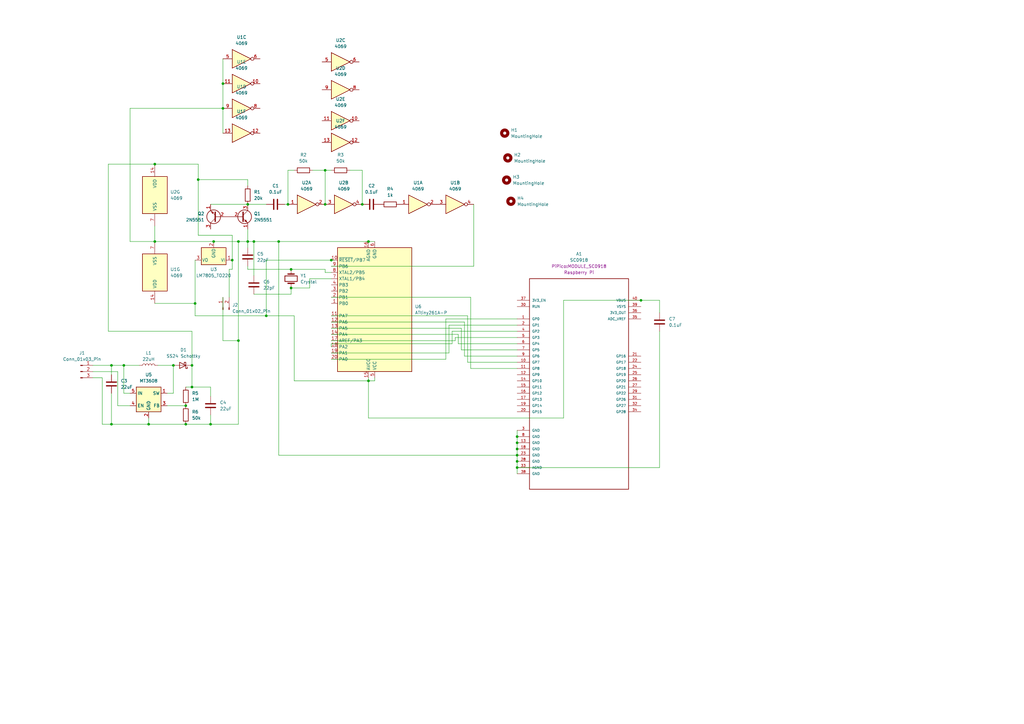
<source format=kicad_sch>
(kicad_sch (version 20230121) (generator eeschema)
  (paper "A3")
  (lib_symbols
    (symbol "4xxx:4069" (pin_names (offset 1.016))
      (property "Reference" "U" (at 0 1.27 0))
      (property "Value" "4069" (at 0 -1.27 0))
      (symbol "4069_1_0"
        (polyline (pts (xy -3.81 3.81) (xy -3.81 -3.81) (xy 3.81 0) (xy -3.81 3.81)) (stroke (width 0.254)) (fill (type background)))
        (pin input line (at -7.62 0 0) (length 3.81) (name "~") (number "1"))
        (pin output inverted (at 7.62 0 180) (length 3.81) (name "~") (number "2"))
      )
      (symbol "4069_2_0"
        (polyline (pts (xy -3.81 3.81) (xy -3.81 -3.81) (xy 3.81 0) (xy -3.81 3.81)) (stroke (width 0.254)) (fill (type background)))
        (pin input line (at -7.62 0 0) (length 3.81) (name "~") (number "3"))
        (pin output inverted (at 7.62 0 180) (length 3.81) (name "~") (number "4"))
      )
      (symbol "4069_3_0"
        (polyline (pts (xy -3.81 3.81) (xy -3.81 -3.81) (xy 3.81 0) (xy -3.81 3.81)) (stroke (width 0.254)) (fill (type background)))
        (pin input line (at -7.62 0 0) (length 3.81) (name "~") (number "5"))
        (pin output inverted (at 7.62 0 180) (length 3.81) (name "~") (number "6"))
      )
      (symbol "4069_4_0"
        (polyline (pts (xy -3.81 3.81) (xy -3.81 -3.81) (xy 3.81 0) (xy -3.81 3.81)) (stroke (width 0.254)) (fill (type background)))
        (pin output inverted (at 7.62 0 180) (length 3.81) (name "~") (number "8"))
        (pin input line (at -7.62 0 0) (length 3.81) (name "~") (number "9"))
      )
      (symbol "4069_5_0"
        (polyline (pts (xy -3.81 3.81) (xy -3.81 -3.81) (xy 3.81 0) (xy -3.81 3.81)) (stroke (width 0.254)) (fill (type background)))
        (pin output inverted (at 7.62 0 180) (length 3.81) (name "~") (number "10"))
        (pin input line (at -7.62 0 0) (length 3.81) (name "~") (number "11"))
      )
      (symbol "4069_6_0"
        (polyline (pts (xy -3.81 3.81) (xy -3.81 -3.81) (xy 3.81 0) (xy -3.81 3.81)) (stroke (width 0.254)) (fill (type background)))
        (pin output inverted (at 7.62 0 180) (length 3.81) (name "~") (number "12"))
        (pin input line (at -7.62 0 0) (length 3.81) (name "~") (number "13"))
      )
      (symbol "4069_7_0"
        (pin power_in line (at 0 12.7 270) (length 5.08) (name "VDD") (number "14"))
        (pin power_in line (at 0 -12.7 90) (length 5.08) (name "VSS") (number "7"))
      )
      (symbol "4069_7_1"
        (rectangle (start -5.08 7.62) (end 5.08 -7.62) (stroke (width 0.254)) (fill (type background)))
      )
    )
    (symbol "Connector:Conn_01x02_Pin" (pin_names (offset 1.016) hide)
      (property "Reference" "J" (at 0 2.54 0))
      (property "Value" "Conn_01x02_Pin" (at 0 -5.08 0))
      (symbol "Conn_01x02_Pin_1_1"
        (polyline (pts (xy 1.27 -2.54) (xy 0.8636 -2.54)) (stroke (width 0.1524)))
        (polyline (pts (xy 1.27 0) (xy 0.8636 0)) (stroke (width 0.1524)))
        (rectangle (start 0.8636 -2.413) (end 0 -2.667) (stroke (width 0.1524)) (fill (type outline)))
        (rectangle (start 0.8636 0.127) (end 0 -0.127) (stroke (width 0.1524)) (fill (type outline)))
        (pin passive line (at 5.08 0 180) (length 3.81) (name "Pin_1") (number "1"))
        (pin passive line (at 5.08 -2.54 180) (length 3.81) (name "Pin_2") (number "2"))
      )
    )
    (symbol "Connector:Conn_01x03_Pin" (pin_names (offset 1.016) hide)
      (property "Reference" "J" (at 0 5.08 0))
      (property "Value" "Conn_01x03_Pin" (at 0 -5.08 0))
      (symbol "Conn_01x03_Pin_1_1"
        (polyline (pts (xy 1.27 -2.54) (xy 0.8636 -2.54)) (stroke (width 0.1524)))
        (polyline (pts (xy 1.27 0) (xy 0.8636 0)) (stroke (width 0.1524)))
        (polyline (pts (xy 1.27 2.54) (xy 0.8636 2.54)) (stroke (width 0.1524)))
        (rectangle (start 0.8636 -2.413) (end 0 -2.667) (stroke (width 0.1524)) (fill (type outline)))
        (rectangle (start 0.8636 0.127) (end 0 -0.127) (stroke (width 0.1524)) (fill (type outline)))
        (rectangle (start 0.8636 2.667) (end 0 2.413) (stroke (width 0.1524)) (fill (type outline)))
        (pin passive line (at 5.08 2.54 180) (length 3.81) (name "Pin_1") (number "1"))
        (pin passive line (at 5.08 0 180) (length 3.81) (name "Pin_2") (number "2"))
        (pin passive line (at 5.08 -2.54 180) (length 3.81) (name "Pin_3") (number "3"))
      )
    )
    (symbol "Device:C" (pin_numbers hide) (pin_names (offset 0.254))
      (property "Reference" "C" (at 0.635 2.54 0))
      (property "Value" "C" (at 0.635 -2.54 0))
      (symbol "C_0_1"
        (polyline (pts (xy -2.032 -0.762) (xy 2.032 -0.762)) (stroke (width 0.508)))
        (polyline (pts (xy -2.032 0.762) (xy 2.032 0.762)) (stroke (width 0.508)))
      )
      (symbol "C_1_1"
        (pin passive line (at 0 3.81 270) (length 2.794) (name "~") (number "1"))
        (pin passive line (at 0 -3.81 90) (length 2.794) (name "~") (number "2"))
      )
    )
    (symbol "Device:Crystal" (pin_numbers hide) (pin_names (offset 1.016) hide)
      (property "Reference" "Y" (at 0 3.81 0))
      (property "Value" "Crystal" (at 0 -3.81 0))
      (symbol "Crystal_0_1"
        (rectangle (start -1.143 2.54) (end 1.143 -2.54) (stroke (width 0.3048)))
        (polyline (pts (xy -2.54 0) (xy -1.905 0)))
        (polyline (pts (xy -1.905 -1.27) (xy -1.905 1.27)) (stroke (width 0.508)))
        (polyline (pts (xy 1.905 -1.27) (xy 1.905 1.27)) (stroke (width 0.508)))
        (polyline (pts (xy 2.54 0) (xy 1.905 0)))
      )
      (symbol "Crystal_1_1"
        (pin passive line (at -3.81 0 0) (length 1.27) (name "1") (number "1"))
        (pin passive line (at 3.81 0 180) (length 1.27) (name "2") (number "2"))
      )
    )
    (symbol "Device:D_Schottky" (pin_numbers hide) (pin_names (offset 1.016) hide)
      (property "Reference" "D" (at 0 2.54 0))
      (property "Value" "D_Schottky" (at 0 -2.54 0))
      (symbol "D_Schottky_0_1"
        (polyline (pts (xy 1.27 0) (xy -1.27 0)))
        (polyline (pts (xy 1.27 1.27) (xy 1.27 -1.27) (xy -1.27 0) (xy 1.27 1.27)) (stroke (width 0.254)))
        (polyline (pts (xy -1.905 0.635) (xy -1.905 1.27) (xy -1.27 1.27) (xy -1.27 -1.27) (xy -0.635 -1.27) (xy -0.635 -0.635)) (stroke (width 0.254)))
      )
      (symbol "D_Schottky_1_1"
        (pin passive line (at -3.81 0 0) (length 2.54) (name "K") (number "1"))
        (pin passive line (at 3.81 0 180) (length 2.54) (name "A") (number "2"))
      )
    )
    (symbol "Device:L" (pin_numbers hide) (pin_names (offset 1.016) hide)
      (property "Reference" "L" (at -1.27 0 90))
      (property "Value" "L" (at 1.905 0 90))
      (symbol "L_0_1"
        (arc (start 0 -2.54) (mid 0.6323 -1.905) (end 0 -1.27))
        (arc (start 0 -1.27) (mid 0.6323 -0.635) (end 0 0))
        (arc (start 0 0) (mid 0.6323 0.635) (end 0 1.27))
        (arc (start 0 1.27) (mid 0.6323 1.905) (end 0 2.54))
      )
      (symbol "L_1_1"
        (pin passive line (at 0 3.81 270) (length 1.27) (name "1") (number "1"))
        (pin passive line (at 0 -3.81 90) (length 1.27) (name "2") (number "2"))
      )
    )
    (symbol "Device:R" (pin_numbers hide) (pin_names (offset 0))
      (property "Reference" "R" (at 2.032 0 90))
      (property "Value" "R" (at 0 0 90))
      (symbol "R_0_1"
        (rectangle (start -1.016 -2.54) (end 1.016 2.54) (stroke (width 0.254)))
      )
      (symbol "R_1_1"
        (pin passive line (at 0 3.81 270) (length 1.27) (name "~") (number "1"))
        (pin passive line (at 0 -3.81 90) (length 1.27) (name "~") (number "2"))
      )
    )
    (symbol "MCU_Microchip_ATtiny:ATtiny261A-P"
      (property "Reference" "U" (at -15.24 26.67 0))
      (property "Value" "ATtiny261A-P" (at 5.08 -26.67 0))
      (symbol "ATtiny261A-P_0_1"
        (rectangle (start -15.24 -25.4) (end 15.24 25.4) (stroke (width 0.254)) (fill (type background)))
      )
      (symbol "ATtiny261A-P_1_1"
        (pin bidirectional line (at 17.78 -2.54 180) (length 2.54) (name "PB0") (number "1"))
        (pin bidirectional line (at 17.78 -20.32 180) (length 2.54) (name "~{RESET}/PB7") (number "10"))
        (pin bidirectional line (at 17.78 2.54 180) (length 2.54) (name "PA7") (number "11"))
        (pin bidirectional line (at 17.78 5.08 180) (length 2.54) (name "PA6") (number "12"))
        (pin bidirectional line (at 17.78 7.62 180) (length 2.54) (name "PA5") (number "13"))
        (pin bidirectional line (at 17.78 10.16 180) (length 2.54) (name "PA4") (number "14"))
        (pin power_in line (at 2.54 27.94 270) (length 2.54) (name "AVCC") (number "15"))
        (pin power_in line (at 2.54 -27.94 90) (length 2.54) (name "AGND") (number "16"))
        (pin bidirectional line (at 17.78 12.7 180) (length 2.54) (name "AREF/PA3") (number "17"))
        (pin bidirectional line (at 17.78 15.24 180) (length 2.54) (name "PA2") (number "18"))
        (pin bidirectional line (at 17.78 17.78 180) (length 2.54) (name "PA1") (number "19"))
        (pin bidirectional line (at 17.78 -5.08 180) (length 2.54) (name "PB1") (number "2"))
        (pin bidirectional line (at 17.78 20.32 180) (length 2.54) (name "PA0") (number "20"))
        (pin bidirectional line (at 17.78 -7.62 180) (length 2.54) (name "PB2") (number "3"))
        (pin bidirectional line (at 17.78 -10.16 180) (length 2.54) (name "PB3") (number "4"))
        (pin power_in line (at 0 27.94 270) (length 2.54) (name "VCC") (number "5"))
        (pin power_in line (at 0 -27.94 90) (length 2.54) (name "GND") (number "6"))
        (pin bidirectional line (at 17.78 -12.7 180) (length 2.54) (name "XTAL1/PB4") (number "7"))
        (pin bidirectional line (at 17.78 -15.24 180) (length 2.54) (name "XTAL2/PB5") (number "8"))
        (pin bidirectional line (at 17.78 -17.78 180) (length 2.54) (name "PB6") (number "9"))
      )
    )
    (symbol "Mechanical:MountingHole" (pin_names (offset 1.016))
      (property "Reference" "H" (at 0 5.08 0))
      (property "Value" "MountingHole" (at 0 3.175 0))
      (symbol "MountingHole_0_1"
        (circle (center 0 0) (radius 1.27) (stroke (width 1.27)))
      )
    )
    (symbol "Raspberry_Pi_Pico_W_SC0918:SC0918" (pin_names (offset 1.016))
      (property "Reference" "A1" (at 0 58.42 0))
      (property "Value" "SC0918" (at 0 55.88 0))
      (property "Footprint" "Raspberry Pi:MODULE_SC0918" (at -12.7 -46.99 0))
      (property "manufacturer" "Raspberry Pi" (at 0 53.34 0))
      (symbol "SC0918_0_0"
        (rectangle (start -20.32 -43.18) (end 20.32 43.18) (stroke (width 0.254)))
        (pin bidirectional line (at -25.4 26.67 0) (length 5.08) (name "GP0") (number "1"))
        (pin bidirectional line (at -25.4 8.89 0) (length 5.08) (name "GP7") (number "10"))
        (pin bidirectional line (at -25.4 6.35 0) (length 5.08) (name "GP8") (number "11"))
        (pin bidirectional line (at -25.4 3.81 0) (length 5.08) (name "GP9") (number "12"))
        (pin power_in line (at -25.4 -24.13 0) (length 5.08) (name "GND") (number "13"))
        (pin bidirectional line (at -25.4 1.27 0) (length 5.08) (name "GP10") (number "14"))
        (pin bidirectional line (at -25.4 -1.27 0) (length 5.08) (name "GP11") (number "15"))
        (pin bidirectional line (at -25.4 -3.81 0) (length 5.08) (name "GP12") (number "16"))
        (pin bidirectional line (at -25.4 -6.35 0) (length 5.08) (name "GP13") (number "17"))
        (pin power_in line (at -25.4 -26.67 0) (length 5.08) (name "GND") (number "18"))
        (pin bidirectional line (at -25.4 -8.89 0) (length 5.08) (name "GP14") (number "19"))
        (pin bidirectional line (at -25.4 24.13 0) (length 5.08) (name "GP1") (number "2"))
        (pin bidirectional line (at -25.4 -11.43 0) (length 5.08) (name "GP15") (number "20"))
        (pin bidirectional line (at 25.4 11.43 180) (length 5.08) (name "GP16") (number "21"))
        (pin bidirectional line (at 25.4 8.89 180) (length 5.08) (name "GP17") (number "22"))
        (pin power_in line (at -25.4 -29.21 0) (length 5.08) (name "GND") (number "23"))
        (pin bidirectional line (at 25.4 6.35 180) (length 5.08) (name "GP18") (number "24"))
        (pin bidirectional line (at 25.4 3.81 180) (length 5.08) (name "GP19") (number "25"))
        (pin bidirectional line (at 25.4 1.27 180) (length 5.08) (name "GP20") (number "26"))
        (pin bidirectional line (at 25.4 -1.27 180) (length 5.08) (name "GP21") (number "27"))
        (pin power_in line (at -25.4 -31.75 0) (length 5.08) (name "GND") (number "28"))
        (pin bidirectional line (at 25.4 -3.81 180) (length 5.08) (name "GP22") (number "29"))
        (pin power_in line (at -25.4 -19.05 0) (length 5.08) (name "GND") (number "3"))
        (pin input line (at -25.4 31.75 0) (length 5.08) (name "RUN") (number "30"))
        (pin bidirectional line (at 25.4 -6.35 180) (length 5.08) (name "GP26") (number "31"))
        (pin bidirectional line (at 25.4 -8.89 180) (length 5.08) (name "GP27") (number "32"))
        (pin power_in line (at -25.4 -34.29 0) (length 5.08) (name "AGND") (number "33"))
        (pin bidirectional line (at 25.4 -11.43 180) (length 5.08) (name "GP28") (number "34"))
        (pin power_in line (at 25.4 26.67 180) (length 5.08) (name "ADC_VREF") (number "35"))
        (pin power_in line (at 25.4 29.21 180) (length 5.08) (name "3V3_OUT") (number "36"))
        (pin input line (at -25.4 34.29 0) (length 5.08) (name "3V3_EN") (number "37"))
        (pin power_in line (at -25.4 -36.83 0) (length 5.08) (name "GND") (number "38"))
        (pin free line (at 25.4 31.75 180) (length 5.08) (name "VSYS") (number "39"))
        (pin bidirectional line (at -25.4 21.59 0) (length 5.08) (name "GP2") (number "4"))
        (pin free line (at 25.4 34.29 180) (length 5.08) (name "VBUS") (number "40"))
        (pin bidirectional line (at -25.4 19.05 0) (length 5.08) (name "GP3") (number "5"))
        (pin bidirectional line (at -25.4 16.51 0) (length 5.08) (name "GP4") (number "6"))
        (pin bidirectional line (at -25.4 13.97 0) (length 5.08) (name "GP5") (number "7"))
        (pin power_in line (at -25.4 -21.59 0) (length 5.08) (name "GND") (number "8"))
        (pin bidirectional line (at -25.4 11.43 0) (length 5.08) (name "GP6") (number "9"))
      )
    )
    (symbol "Regulator_Linear:LM7805_TO220" (pin_names (offset 0.254))
      (property "Reference" "U" (at -3.81 3.175 0))
      (property "Value" "LM7805_TO220" (at 0 3.175 0))
      (symbol "LM7805_TO220_0_1"
        (rectangle (start -5.08 1.905) (end 5.08 -5.08) (stroke (width 0.254)) (fill (type background)))
      )
      (symbol "LM7805_TO220_1_1"
        (pin power_in line (at -7.62 0 0) (length 2.54) (name "VI") (number "1"))
        (pin power_in line (at 0 -7.62 90) (length 2.54) (name "GND") (number "2"))
        (pin power_out line (at 7.62 0 180) (length 2.54) (name "VO") (number "3"))
      )
    )
    (symbol "Regulator_Switching:MT3608"
      (property "Reference" "U" (at -2.54 8.89 0))
      (property "Value" "MT3608" (at -3.81 6.35 0))
      (symbol "MT3608_0_1"
        (rectangle (start -5.08 5.08) (end 5.08 -5.08) (stroke (width 0.254)) (fill (type background)))
      )
      (symbol "MT3608_1_1"
        (pin passive line (at 7.62 2.54 180) (length 2.54) (name "SW") (number "1"))
        (pin power_in line (at 0 -7.62 90) (length 2.54) (name "GND") (number "2"))
        (pin input line (at 7.62 -2.54 180) (length 2.54) (name "FB") (number "3"))
        (pin input line (at -7.62 -2.54 0) (length 2.54) (name "EN") (number "4"))
        (pin power_in line (at -7.62 2.54 0) (length 2.54) (name "IN") (number "5"))
        (pin no_connect line (at 5.08 0 180) (length 2.54) hide (name "NC") (number "6"))
      )
    )
    (symbol "Transistor_BJT:2N3904" (pin_names (offset 0) hide)
      (property "Reference" "Q" (at 5.08 1.905 0))
      (property "Value" "2N3904" (at 5.08 0 0))
      (symbol "2N3904_0_1"
        (polyline (pts (xy 0.635 0.635) (xy 2.54 2.54)))
        (polyline (pts (xy 0.635 -0.635) (xy 2.54 -2.54) (xy 2.54 -2.54)))
        (polyline (pts (xy 0.635 1.905) (xy 0.635 -1.905) (xy 0.635 -1.905)) (stroke (width 0.508)))
        (polyline (pts (xy 1.27 -1.778) (xy 1.778 -1.27) (xy 2.286 -2.286) (xy 1.27 -1.778) (xy 1.27 -1.778)) (fill (type outline)))
        (circle (center 1.27 0) (radius 2.8194) (stroke (width 0.254)))
      )
      (symbol "2N3904_1_1"
        (pin passive line (at 2.54 -5.08 90) (length 2.54) (name "E") (number "1"))
        (pin passive line (at -5.08 0 0) (length 5.715) (name "B") (number "2"))
        (pin passive line (at 2.54 5.08 270) (length 2.54) (name "C") (number "3"))
      )
    )
  )
  (junction (at 60.96 173.99))
  (junction (at 109.22 129.54))
  (junction (at 133.35 83.82))
  (junction (at 97.79 99.06))
  (junction (at 71.12 149.86))
  (junction (at 212.09 184.15))
  (junction (at 133.35 69.85))
  (junction (at 119.38 110.49))
  (junction (at 95.25 106.68))
  (junction (at 81.28 73.66))
  (junction (at 91.44 34.29))
  (junction (at 80.01 124.46))
  (junction (at 76.2 166.37))
  (junction (at 148.59 83.82))
  (junction (at 97.79 139.7))
  (junction (at 87.63 99.06))
  (junction (at 101.6 83.82))
  (junction (at 135.89 106.68))
  (junction (at 78.74 149.86))
  (junction (at 45.72 149.86))
  (junction (at 91.44 44.45))
  (junction (at 101.6 99.06))
  (junction (at 151.13 99.06))
  (junction (at 78.74 158.75))
  (junction (at 114.3 99.06))
  (junction (at 119.38 118.11))
  (junction (at 262.89 123.19))
  (junction (at 63.5 67.31))
  (junction (at 63.5 99.06))
  (junction (at 118.11 83.82))
  (junction (at 76.2 173.99))
  (junction (at 212.09 181.61))
  (junction (at 86.36 173.99))
  (junction (at 151.13 156.21))
  (junction (at 45.72 173.99))
  (junction (at 104.14 99.06))
  (junction (at 212.09 186.69))
  (junction (at 212.09 189.23))
  (junction (at 50.8 149.86))
  (junction (at 212.09 191.77))
  (junction (at 212.09 179.07))
  (wire (pts (xy 63.5 67.31) (xy 81.28 67.31)))
  (wire (pts (xy 151.13 156.21) (xy 153.67 156.21)))
  (wire (pts (xy 143.51 69.85) (xy 148.59 69.85)))
  (wire (pts (xy 45.72 173.99) (xy 60.96 173.99)))
  (wire (pts (xy 81.28 67.31) (xy 81.28 73.66)))
  (wire (pts (xy 41.91 173.99) (xy 45.72 173.99)))
  (wire (pts (xy 114.3 99.06) (xy 151.13 99.06)))
  (wire (pts (xy 44.45 135.89) (xy 44.45 67.31)))
  (wire (pts (xy 190.5 146.05) (xy 212.09 146.05)))
  (wire (pts (xy 60.96 171.45) (xy 60.96 173.99)))
  (wire (pts (xy 128.27 69.85) (xy 133.35 69.85)))
  (wire (pts (xy 91.44 121.92) (xy 91.44 139.7)))
  (wire (pts (xy 189.23 143.51) (xy 212.09 143.51)))
  (wire (pts (xy 194.31 109.22) (xy 135.89 109.22)))
  (wire (pts (xy 182.88 130.81) (xy 212.09 130.81)))
  (wire (pts (xy 76.2 173.99) (xy 86.36 173.99)))
  (wire (pts (xy 119.38 120.65) (xy 119.38 118.11)))
  (wire (pts (xy 101.6 109.22) (xy 101.6 110.49)))
  (wire (pts (xy 120.65 156.21) (xy 151.13 156.21)))
  (wire (pts (xy 53.34 99.06) (xy 63.5 99.06)))
  (wire (pts (xy 114.3 186.69) (xy 114.3 99.06)))
  (wire (pts (xy 135.89 129.54) (xy 191.77 129.54)))
  (wire (pts (xy 212.09 191.77) (xy 270.51 191.77)))
  (wire (pts (xy 135.89 134.62) (xy 189.23 134.62)))
  (wire (pts (xy 191.77 129.54) (xy 191.77 148.59)))
  (wire (pts (xy 186.69 139.7) (xy 186.69 138.43)))
  (wire (pts (xy 97.79 99.06) (xy 97.79 139.7)))
  (wire (pts (xy 153.67 156.21) (xy 153.67 154.94)))
  (wire (pts (xy 231.14 123.19) (xy 231.14 171.45)))
  (wire (pts (xy 91.44 139.7) (xy 97.79 139.7)))
  (wire (pts (xy 101.6 73.66) (xy 101.6 76.2)))
  (wire (pts (xy 64.77 149.86) (xy 71.12 149.86)))
  (wire (pts (xy 184.15 133.35) (xy 212.09 133.35)))
  (wire (pts (xy 135.89 144.78) (xy 184.15 144.78)))
  (wire (pts (xy 53.34 44.45) (xy 53.34 99.06)))
  (wire (pts (xy 104.14 99.06) (xy 114.3 99.06)))
  (wire (pts (xy 63.5 124.46) (xy 80.01 124.46)))
  (wire (pts (xy 93.98 110.49) (xy 95.25 110.49)))
  (wire (pts (xy 212.09 179.07) (xy 212.09 181.61)))
  (wire (pts (xy 63.5 92.71) (xy 63.5 99.06)))
  (wire (pts (xy 133.35 110.49) (xy 133.35 111.76)))
  (wire (pts (xy 193.04 121.92) (xy 193.04 151.13)))
  (wire (pts (xy 212.09 176.53) (xy 212.09 179.07)))
  (wire (pts (xy 151.13 171.45) (xy 151.13 156.21)))
  (wire (pts (xy 78.74 149.86) (xy 78.74 158.75)))
  (wire (pts (xy 135.89 147.32) (xy 182.88 147.32)))
  (wire (pts (xy 95.25 110.49) (xy 95.25 106.68)))
  (wire (pts (xy 50.8 149.86) (xy 50.8 161.29)))
  (wire (pts (xy 212.09 186.69) (xy 212.09 189.23)))
  (wire (pts (xy 44.45 67.31) (xy 63.5 67.31)))
  (wire (pts (xy 135.89 140.97) (xy 135.89 142.24)))
  (wire (pts (xy 91.44 24.13) (xy 91.44 34.29)))
  (wire (pts (xy 231.14 171.45) (xy 151.13 171.45)))
  (wire (pts (xy 81.28 73.66) (xy 101.6 73.66)))
  (wire (pts (xy 86.36 173.99) (xy 97.79 173.99)))
  (wire (pts (xy 101.6 83.82) (xy 109.22 83.82)))
  (wire (pts (xy 97.79 99.06) (xy 101.6 99.06)))
  (wire (pts (xy 57.15 149.86) (xy 50.8 149.86)))
  (wire (pts (xy 212.09 181.61) (xy 212.09 184.15)))
  (wire (pts (xy 127 114.3) (xy 135.89 114.3)))
  (wire (pts (xy 86.36 83.82) (xy 101.6 83.82)))
  (wire (pts (xy 270.51 123.19) (xy 270.51 128.27)))
  (wire (pts (xy 262.89 123.19) (xy 270.51 123.19)))
  (wire (pts (xy 135.89 106.68) (xy 137.16 106.68)))
  (wire (pts (xy 53.34 166.37) (xy 48.26 166.37)))
  (wire (pts (xy 190.5 132.08) (xy 190.5 146.05)))
  (wire (pts (xy 86.36 170.18) (xy 86.36 173.99)))
  (wire (pts (xy 78.74 158.75) (xy 86.36 158.75)))
  (wire (pts (xy 193.04 151.13) (xy 212.09 151.13)))
  (wire (pts (xy 104.14 120.65) (xy 119.38 120.65)))
  (wire (pts (xy 109.22 129.54) (xy 80.01 129.54)))
  (wire (pts (xy 91.44 34.29) (xy 91.44 44.45)))
  (wire (pts (xy 151.13 156.21) (xy 151.13 154.94)))
  (wire (pts (xy 41.91 154.94) (xy 41.91 173.99)))
  (wire (pts (xy 45.72 149.86) (xy 50.8 149.86)))
  (wire (pts (xy 270.51 135.89) (xy 270.51 191.77)))
  (wire (pts (xy 45.72 149.86) (xy 45.72 153.67)))
  (wire (pts (xy 187.96 140.97) (xy 212.09 140.97)))
  (wire (pts (xy 63.5 99.06) (xy 87.63 99.06)))
  (wire (pts (xy 212.09 186.69) (xy 114.3 186.69)))
  (wire (pts (xy 194.31 83.82) (xy 194.31 109.22)))
  (wire (pts (xy 68.58 166.37) (xy 76.2 166.37)))
  (wire (pts (xy 212.09 191.77) (xy 212.09 194.31)))
  (wire (pts (xy 182.88 147.32) (xy 182.88 130.81)))
  (wire (pts (xy 81.28 96.52) (xy 81.28 73.66)))
  (wire (pts (xy 119.38 118.11) (xy 127 118.11)))
  (wire (pts (xy 78.74 135.89) (xy 44.45 135.89)))
  (wire (pts (xy 68.58 161.29) (xy 71.12 161.29)))
  (wire (pts (xy 38.1 149.86) (xy 45.72 149.86)))
  (wire (pts (xy 97.79 139.7) (xy 97.79 173.99)))
  (wire (pts (xy 80.01 106.68) (xy 80.01 124.46)))
  (wire (pts (xy 76.2 158.75) (xy 78.74 158.75)))
  (wire (pts (xy 189.23 134.62) (xy 189.23 143.51)))
  (wire (pts (xy 80.01 124.46) (xy 80.01 129.54)))
  (wire (pts (xy 86.36 162.56) (xy 86.36 158.75)))
  (wire (pts (xy 185.42 140.97) (xy 185.42 135.89)))
  (wire (pts (xy 71.12 149.86) (xy 71.12 161.29)))
  (wire (pts (xy 93.98 121.92) (xy 93.98 110.49)))
  (wire (pts (xy 87.63 99.06) (xy 97.79 99.06)))
  (wire (pts (xy 191.77 148.59) (xy 212.09 148.59)))
  (wire (pts (xy 151.13 99.06) (xy 153.67 99.06)))
  (wire (pts (xy 101.6 99.06) (xy 104.14 99.06)))
  (wire (pts (xy 120.65 129.54) (xy 120.65 156.21)))
  (wire (pts (xy 38.1 154.94) (xy 41.91 154.94)))
  (wire (pts (xy 135.89 140.97) (xy 185.42 140.97)))
  (wire (pts (xy 101.6 99.06) (xy 101.6 101.6)))
  (wire (pts (xy 127 118.11) (xy 127 114.3)))
  (wire (pts (xy 186.69 138.43) (xy 212.09 138.43)))
  (wire (pts (xy 76.2 173.99) (xy 60.96 173.99)))
  (wire (pts (xy 48.26 152.4) (xy 38.1 152.4)))
  (wire (pts (xy 109.22 106.68) (xy 109.22 129.54)))
  (wire (pts (xy 118.11 69.85) (xy 120.65 69.85)))
  (wire (pts (xy 50.8 161.29) (xy 53.34 161.29)))
  (wire (pts (xy 109.22 106.68) (xy 135.89 106.68)))
  (wire (pts (xy 212.09 189.23) (xy 212.09 191.77)))
  (wire (pts (xy 133.35 69.85) (xy 133.35 83.82)))
  (wire (pts (xy 45.72 161.29) (xy 45.72 173.99)))
  (wire (pts (xy 118.11 83.82) (xy 116.84 83.82)))
  (wire (pts (xy 48.26 166.37) (xy 48.26 152.4)))
  (wire (pts (xy 95.25 96.52) (xy 81.28 96.52)))
  (wire (pts (xy 101.6 99.06) (xy 101.6 93.98)))
  (wire (pts (xy 119.38 110.49) (xy 133.35 110.49)))
  (wire (pts (xy 133.35 69.85) (xy 135.89 69.85)))
  (wire (pts (xy 91.44 44.45) (xy 53.34 44.45)))
  (wire (pts (xy 104.14 99.06) (xy 104.14 113.03)))
  (wire (pts (xy 120.65 129.54) (xy 109.22 129.54)))
  (wire (pts (xy 262.89 123.19) (xy 231.14 123.19)))
  (wire (pts (xy 212.09 184.15) (xy 212.09 186.69)))
  (wire (pts (xy 78.74 149.86) (xy 78.74 135.89)))
  (wire (pts (xy 118.11 69.85) (xy 118.11 83.82)))
  (wire (pts (xy 184.15 144.78) (xy 184.15 133.35)))
  (wire (pts (xy 135.89 139.7) (xy 186.69 139.7)))
  (wire (pts (xy 185.42 135.89) (xy 212.09 135.89)))
  (wire (pts (xy 148.59 69.85) (xy 148.59 83.82)))
  (wire (pts (xy 133.35 111.76) (xy 135.89 111.76)))
  (wire (pts (xy 95.25 106.68) (xy 95.25 96.52)))
  (wire (pts (xy 135.89 137.16) (xy 187.96 137.16)))
  (wire (pts (xy 135.89 132.08) (xy 190.5 132.08)))
  (wire (pts (xy 91.44 44.45) (xy 91.44 54.61)))
  (wire (pts (xy 101.6 110.49) (xy 119.38 110.49)))
  (wire (pts (xy 187.96 137.16) (xy 187.96 140.97)))
  (wire (pts (xy 135.89 121.92) (xy 193.04 121.92)))
  (symbol (lib_id "Mechanical:MountingHole") (at 207.7915 73.8607 0) (unit 1)
    (property "Reference" "H3" (at 210.3315 72.5907 0) (effects (justify left)))
    (property "Value" "MountingHole" (at 210.3315 75.1307 0) (effects (justify left)))
    (property "Footprint" "MountingHole:MountingHole_3.2mm_M3" (effects hide))
  )
  (symbol (lib_id "4xxx:4069") (at 139.7 58.42 0) (unit 6)
    (property "Reference" "U2" (at 139.7 49.53 0))
    (property "Value" "4069" (at 139.7 52.07 0))
    (property "Footprint" "customsoic:SOIC-14 5.4mm" (effects hide))
    (property "Datasheet" "http://www.intersil.com/content/dam/Intersil/documents/cd40/cd4069ubms.pdf" (effects hide))
  )
  (symbol (lib_id "Raspberry_Pi_Pico_W_SC0918:SC0918") (at 237.49 157.48 0) (unit 1)
    (property "Reference" "A1" (at 237.49 104.14 0))
    (property "Value" "SC0918" (at 237.49 106.68 0))
    (property "Footprint" "PiPico:MODULE_SC0918" (at 237.49 109.22 0))
    (property "Datasheet" "https://datasheets.raspberrypi.com/picow/pico-w-datasheet.pdf" (effects hide))
    (property "manufacturer" "Raspberry Pi" (at 237.49 111.76 0))
    (property "P/N" "SC0918" (effects hide))
    (property "PARTREV" "1.6" (effects hide))
    (property "MAXIMUM_PACKAGE_HEIGHT" "3.73mm" (effects hide))
  )
  (symbol (lib_id "Mechanical:MountingHole") (at 208.28 64.77 0) (unit 1)
    (property "Reference" "H2" (at 210.82 63.5 0) (effects (justify left)))
    (property "Value" "MountingHole" (at 210.82 66.04 0) (effects (justify left)))
    (property "Footprint" "MountingHole:MountingHole_3.2mm_M3" (effects hide))
  )
  (symbol (lib_id "Device:C") (at 104.14 116.84 0) (unit 1)
    (property "Reference" "C6" (at 107.95 115.57 0) (effects (justify left)))
    (property "Value" "22pF" (at 107.95 118.11 0) (effects (justify left)))
    (property "Footprint" "Capacitor_SMD:C_0603_1608Metric" (effects hide))
  )
  (symbol (lib_id "Device:D_Schottky") (at 74.93 149.86 180) (unit 1)
    (property "Reference" "D1" (at 75.2475 143.51 0))
    (property "Value" "SS24 Schottky" (at 75.2475 146.05 0))
    (property "Footprint" "Diode_SMD:D_SMB" (effects hide))
  )
  (symbol (lib_id "Device:C") (at 86.36 166.37 0) (unit 1)
    (property "Reference" "C4" (at 90.17 165.1 0) (effects (justify left)))
    (property "Value" "22uF" (at 90.17 167.64 0) (effects (justify left)))
    (property "Footprint" "Capacitor_SMD:C_1206_3216Metric" (effects hide))
  )
  (symbol (lib_id "Transistor_BJT:2N3904") (at 88.9 88.9 180) (unit 1)
    (property "Reference" "Q2" (at 83.82 87.63 0) (effects (justify left)))
    (property "Value" "2N5551" (at 83.82 90.17 0) (effects (justify left)))
    (property "Footprint" "Package_TO_SOT_THT:TO-92" (effects hide))
    (property "Datasheet" "https://www.onsemi.com/pub/Collateral/2N3903-D.PDF" (effects hide))
  )
  (symbol (lib_id "MCU_Microchip_ATtiny:ATtiny261A-P") (at 153.67 127 180) (unit 1)
    (property "Reference" "U6" (at 170.18 125.73 0) (effects (justify right)))
    (property "Value" "ATtiny261A-P" (at 170.18 128.27 0) (effects (justify right)))
    (property "Footprint" "Package_DIP:DIP-20_W7.62mm" (effects hide))
    (property "Datasheet" "http://ww1.microchip.com/downloads/en/DeviceDoc/doc8197.pdf" (effects hide))
  )
  (symbol (lib_id "Connector:Conn_01x03_Pin") (at 33.02 152.4 0) (unit 1)
    (property "Reference" "J1" (at 33.655 144.78 0))
    (property "Value" "Conn_01x03_Pin" (at 33.655 147.32 0))
    (property "Footprint" "Connector_JST:JST_EH_B3B-EH-A_1x03_P2.50mm_Vertical" (effects hide))
  )
  (symbol (lib_id "4xxx:4069") (at 139.7 36.83 0) (unit 4)
    (property "Reference" "U2" (at 139.7 27.94 0))
    (property "Value" "4069" (at 139.7 30.48 0))
    (property "Footprint" "customsoic:SOIC-14 5.4mm" (effects hide))
    (property "Datasheet" "http://www.intersil.com/content/dam/Intersil/documents/cd40/cd4069ubms.pdf" (effects hide))
  )
  (symbol (lib_id "Device:R") (at 124.46 69.85 90) (unit 1)
    (property "Reference" "R2" (at 124.46 63.5 90))
    (property "Value" "50k" (at 124.46 66.04 90))
    (property "Footprint" "Resistor_SMD:R_01005_0402Metric" (effects hide))
  )
  (symbol (lib_id "4xxx:4069") (at 99.06 34.29 0) (unit 5)
    (property "Reference" "U1" (at 99.06 25.4 0))
    (property "Value" "4069" (at 99.06 27.94 0))
    (property "Footprint" "customsoic:SOIC-14 5.4mm" (effects hide))
    (property "Datasheet" "http://www.intersil.com/content/dam/Intersil/documents/cd40/cd4069ubms.pdf" (effects hide))
  )
  (symbol (lib_id "Regulator_Switching:MT3608") (at 60.96 163.83 0) (unit 1)
    (property "Reference" "U5" (at 60.96 153.67 0))
    (property "Value" "MT3608" (at 60.96 156.21 0))
    (property "Footprint" "Package_TO_SOT_SMD:SOT-23-6" (effects hide))
    (property "Datasheet" "https://www.olimex.com/Products/Breadboarding/BB-PWR-3608/resources/MT3608.pdf" (effects hide))
  )
  (symbol (lib_id "Device:R") (at 101.6 80.01 0) (unit 1)
    (property "Reference" "R1" (at 104.14 78.74 0) (effects (justify left)))
    (property "Value" "20k" (at 104.14 81.28 0) (effects (justify left)))
    (property "Footprint" "Resistor_SMD:R_01005_0402Metric" (effects hide))
  )
  (symbol (lib_id "4xxx:4069") (at 186.69 83.82 0) (unit 2)
    (property "Reference" "U1" (at 186.69 74.93 0))
    (property "Value" "4069" (at 186.69 77.47 0))
    (property "Footprint" "customsoic:SOIC-14 5.4mm" (effects hide))
    (property "Datasheet" "http://www.intersil.com/content/dam/Intersil/documents/cd40/cd4069ubms.pdf" (effects hide))
  )
  (symbol (lib_id "Device:C") (at 152.4 83.82 90) (unit 1)
    (property "Reference" "C2" (at 152.4 76.2 90))
    (property "Value" "0.1uF" (at 152.4 78.74 90))
    (property "Footprint" "Capacitor_SMD:C_0603_1608Metric" (effects hide))
  )
  (symbol (lib_id "Device:C") (at 113.03 83.82 90) (unit 1)
    (property "Reference" "C1" (at 113.03 76.2 90))
    (property "Value" "0.1uF" (at 113.03 78.74 90))
    (property "Footprint" "Capacitor_SMD:C_0603_1608Metric" (effects hide))
  )
  (symbol (lib_id "Connector:Conn_01x02_Pin") (at 91.44 127 90) (unit 1)
    (property "Reference" "J2" (at 95.25 125.095 90) (effects (justify right)))
    (property "Value" "Conn_01x02_Pin" (at 95.25 127.635 90) (effects (justify right)))
    (property "Footprint" "Connector_JST:JST_EH_B2B-EH-A_1x02_P2.50mm_Vertical" (effects hide))
  )
  (symbol (lib_id "4xxx:4069") (at 63.5 80.01 0) (unit 7)
    (property "Reference" "U2" (at 69.85 78.74 0) (effects (justify left)))
    (property "Value" "4069" (at 69.85 81.28 0) (effects (justify left)))
    (property "Footprint" "customsoic:SOIC-14 5.4mm" (effects hide))
    (property "Datasheet" "http://www.intersil.com/content/dam/Intersil/documents/cd40/cd4069ubms.pdf" (effects hide))
  )
  (symbol (lib_id "Mechanical:MountingHole") (at 207.01 54.61 0) (unit 1)
    (property "Reference" "H1" (at 209.55 53.34 0) (effects (justify left)))
    (property "Value" "MountingHole" (at 209.55 55.88 0) (effects (justify left)))
    (property "Footprint" "MountingHole:MountingHole_3.2mm_M3" (effects hide))
  )
  (symbol (lib_id "Device:R") (at 76.2 162.56 0) (unit 1)
    (property "Reference" "R5" (at 78.74 161.29 0) (effects (justify left)))
    (property "Value" "1M" (at 78.74 163.83 0) (effects (justify left)))
    (property "Footprint" "Resistor_SMD:R_0402_1005Metric" (effects hide))
  )
  (symbol (lib_id "4xxx:4069") (at 139.7 25.4 0) (unit 3)
    (property "Reference" "U2" (at 139.7 16.51 0))
    (property "Value" "4069" (at 139.7 19.05 0))
    (property "Footprint" "customsoic:SOIC-14 5.4mm" (effects hide))
    (property "Datasheet" "http://www.intersil.com/content/dam/Intersil/documents/cd40/cd4069ubms.pdf" (effects hide))
  )
  (symbol (lib_id "Device:C") (at 101.6 105.41 0) (unit 1)
    (property "Reference" "C5" (at 105.41 104.14 0) (effects (justify left)))
    (property "Value" "22pF" (at 105.41 106.68 0) (effects (justify left)))
    (property "Footprint" "Capacitor_SMD:C_0603_1608Metric" (effects hide))
  )
  (symbol (lib_id "Regulator_Linear:LM7805_TO220") (at 87.63 106.68 180) (unit 1)
    (property "Reference" "U3" (at 87.63 110.49 0))
    (property "Value" "LM7805_TO220" (at 87.63 113.03 0))
    (property "Footprint" "Package_TO_SOT_THT:TO-220-3_Vertical" (effects hide))
    (property "Datasheet" "https://www.onsemi.cn/PowerSolutions/document/MC7800-D.PDF" (effects hide))
  )
  (symbol (lib_id "Device:L") (at 60.96 149.86 90) (unit 1)
    (property "Reference" "L1" (at 60.96 144.78 90))
    (property "Value" "22uH" (at 60.96 147.32 90))
    (property "Footprint" "files:cd32" (effects hide))
  )
  (symbol (lib_id "Device:C") (at 45.72 157.48 180) (unit 1)
    (property "Reference" "C3" (at 49.53 156.21 0) (effects (justify right)))
    (property "Value" "22uF" (at 49.53 158.75 0) (effects (justify right)))
    (property "Footprint" "Capacitor_SMD:C_1206_3216Metric" (effects hide))
  )
  (symbol (lib_id "4xxx:4069") (at 171.45 83.82 0) (unit 1)
    (property "Reference" "U1" (at 171.45 74.93 0))
    (property "Value" "4069" (at 171.45 77.47 0))
    (property "Footprint" "customsoic:SOIC-14 5.4mm" (effects hide))
    (property "Datasheet" "http://www.intersil.com/content/dam/Intersil/documents/cd40/cd4069ubms.pdf" (effects hide))
  )
  (symbol (lib_id "4xxx:4069") (at 99.06 54.61 0) (unit 6)
    (property "Reference" "U1" (at 99.06 45.72 0))
    (property "Value" "4069" (at 99.06 48.26 0))
    (property "Footprint" "customsoic:SOIC-14 5.4mm" (effects hide))
    (property "Datasheet" "http://www.intersil.com/content/dam/Intersil/documents/cd40/cd4069ubms.pdf" (effects hide))
  )
  (symbol (lib_id "Device:R") (at 76.2 170.18 0) (unit 1)
    (property "Reference" "R6" (at 78.74 168.91 0) (effects (justify left)))
    (property "Value" "50k" (at 78.74 171.45 0) (effects (justify left)))
    (property "Footprint" "Resistor_SMD:R_0402_1005Metric" (effects hide))
  )
  (symbol (lib_id "Device:R") (at 160.02 83.82 90) (unit 1)
    (property "Reference" "R4" (at 160.02 77.47 90))
    (property "Value" "1k" (at 160.02 80.01 90))
    (property "Footprint" "Resistor_SMD:R_01005_0402Metric" (effects hide))
  )
  (symbol (lib_id "Device:C") (at 270.51 132.08 180) (unit 1)
    (property "Reference" "C7" (at 274.32 130.81 0) (effects (justify right)))
    (property "Value" "0.1uF" (at 274.32 133.35 0) (effects (justify right)))
    (property "Footprint" "Capacitor_SMD:C_0603_1608Metric" (effects hide))
  )
  (symbol (lib_id "Device:R") (at 139.7 69.85 90) (unit 1)
    (property "Reference" "R3" (at 139.7 63.5 90))
    (property "Value" "50k" (at 139.7 66.04 90))
    (property "Footprint" "Resistor_SMD:R_01005_0402Metric" (effects hide))
  )
  (symbol (lib_id "4xxx:4069") (at 63.5 111.76 180) (unit 7)
    (property "Reference" "U1" (at 69.85 110.49 0) (effects (justify right)))
    (property "Value" "4069" (at 69.85 113.03 0) (effects (justify right)))
    (property "Footprint" "customsoic:SOIC-14 5.4mm" (effects hide))
    (property "Datasheet" "http://www.intersil.com/content/dam/Intersil/documents/cd40/cd4069ubms.pdf" (effects hide))
  )
  (symbol (lib_id "4xxx:4069") (at 125.73 83.82 0) (unit 1)
    (property "Reference" "U2" (at 125.73 74.93 0))
    (property "Value" "4069" (at 125.73 77.47 0))
    (property "Footprint" "customsoic:SOIC-14 5.4mm" (effects hide))
    (property "Datasheet" "http://www.intersil.com/content/dam/Intersil/documents/cd40/cd4069ubms.pdf" (effects hide))
  )
  (symbol (lib_id "4xxx:4069") (at 99.06 24.13 0) (unit 3)
    (property "Reference" "U1" (at 99.06 15.24 0))
    (property "Value" "4069" (at 99.06 17.78 0))
    (property "Footprint" "customsoic:SOIC-14 5.4mm" (effects hide))
    (property "Datasheet" "http://www.intersil.com/content/dam/Intersil/documents/cd40/cd4069ubms.pdf" (effects hide))
  )
  (symbol (lib_id "4xxx:4069") (at 139.7 49.53 0) (unit 5)
    (property "Reference" "U2" (at 139.7 40.64 0))
    (property "Value" "4069" (at 139.7 43.18 0))
    (property "Footprint" "customsoic:SOIC-14 5.4mm" (effects hide))
    (property "Datasheet" "http://www.intersil.com/content/dam/Intersil/documents/cd40/cd4069ubms.pdf" (effects hide))
  )
  (symbol (lib_id "4xxx:4069") (at 99.06 44.45 0) (unit 4)
    (property "Reference" "U1" (at 99.06 35.56 0))
    (property "Value" "4069" (at 99.06 38.1 0))
    (property "Footprint" "customsoic:SOIC-14 5.4mm" (effects hide))
    (property "Datasheet" "http://www.intersil.com/content/dam/Intersil/documents/cd40/cd4069ubms.pdf" (effects hide))
  )
  (symbol (lib_id "Device:Crystal") (at 119.38 114.3 90) (unit 1)
    (property "Reference" "Y1" (at 123.19 113.03 90) (effects (justify right)))
    (property "Value" "Crystal" (at 123.19 115.57 90) (effects (justify right)))
    (property "Footprint" "Crystal:Crystal_HC49-U_Vertical" (effects hide))
  )
  (symbol (lib_id "Transistor_BJT:2N3904") (at 99.06 88.9 0) (unit 1)
    (property "Reference" "Q1" (at 104.14 87.63 0) (effects (justify left)))
    (property "Value" "2N5551" (at 104.14 90.17 0) (effects (justify left)))
    (property "Footprint" "Package_TO_SOT_THT:TO-92" (effects hide))
    (property "Datasheet" "https://www.onsemi.com/pub/Collateral/2N3903-D.PDF" (effects hide))
  )
  (symbol (lib_id "4xxx:4069") (at 140.97 83.82 0) (unit 2)
    (property "Reference" "U2" (at 140.97 74.93 0))
    (property "Value" "4069" (at 140.97 77.47 0))
    (property "Footprint" "customsoic:SOIC-14 5.4mm" (effects hide))
    (property "Datasheet" "http://www.intersil.com/content/dam/Intersil/documents/cd40/cd4069ubms.pdf" (effects hide))
  )
  (symbol (lib_id "Mechanical:MountingHole") (at 209.55 82.55 0) (unit 1)
    (property "Reference" "H4" (at 212.09 81.28 0) (effects (justify left)))
    (property "Value" "MountingHole" (at 212.09 83.82 0) (effects (justify left)))
    (property "Footprint" "MountingHole:MountingHole_3.2mm_M3" (effects hide))
  )
)
</source>
